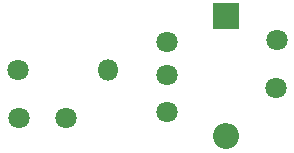
<source format=gbr>
%TF.GenerationSoftware,KiCad,Pcbnew,8.0.7*%
%TF.CreationDate,2024-12-28T19:58:13-05:00*%
%TF.ProjectId,vibration_motor_circuit,76696272-6174-4696-9f6e-5f6d6f746f72,rev?*%
%TF.SameCoordinates,Original*%
%TF.FileFunction,Soldermask,Top*%
%TF.FilePolarity,Negative*%
%FSLAX46Y46*%
G04 Gerber Fmt 4.6, Leading zero omitted, Abs format (unit mm)*
G04 Created by KiCad (PCBNEW 8.0.7) date 2024-12-28 19:58:13*
%MOMM*%
%LPD*%
G01*
G04 APERTURE LIST*
%ADD10C,1.800000*%
%ADD11R,2.200000X2.200000*%
%ADD12O,2.200000X2.200000*%
%ADD13O,1.800000X1.800000*%
G04 APERTURE END LIST*
D10*
%TO.C,J1*%
X135000000Y-83250000D03*
X135050000Y-79200000D03*
%TD*%
D11*
%TO.C,D1*%
X130750000Y-77170000D03*
D12*
X130750000Y-87330000D03*
%TD*%
D10*
%TO.C,R1*%
X113130000Y-81750000D03*
D13*
X120750000Y-81750000D03*
%TD*%
D10*
%TO.C,Q1*%
X125750000Y-85300000D03*
X125750000Y-82150000D03*
X125750000Y-79300000D03*
%TD*%
%TO.C,J2*%
X113250000Y-85750000D03*
X117250000Y-85750000D03*
%TD*%
M02*

</source>
